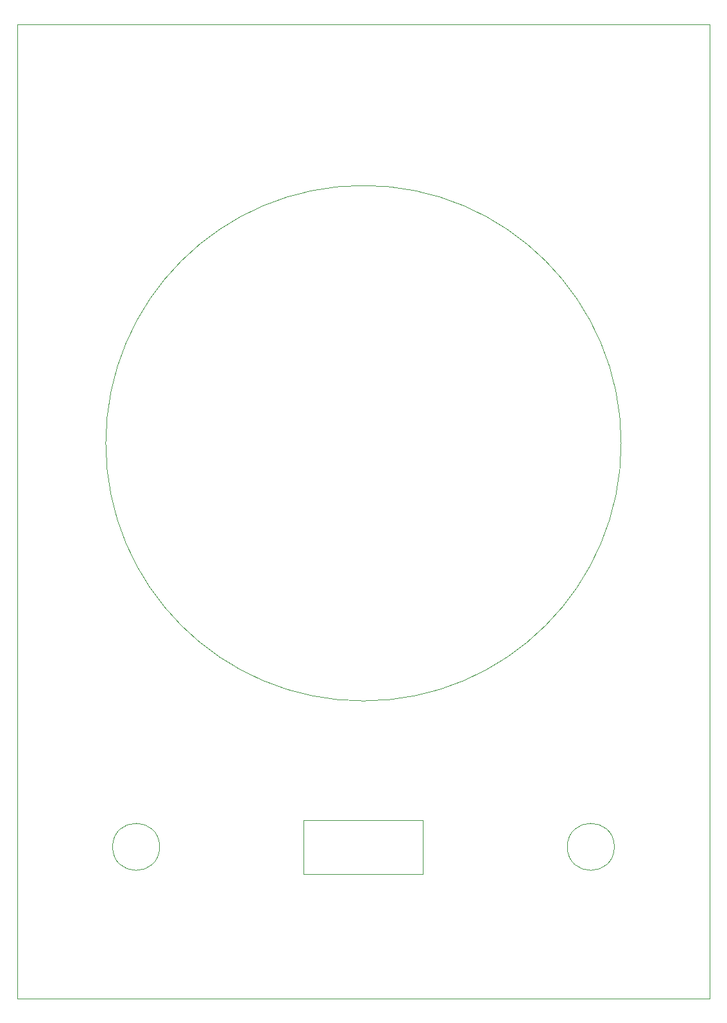
<source format=gbr>
G04 #@! TF.GenerationSoftware,KiCad,Pcbnew,5.1.6-c6e7f7d~87~ubuntu18.04.1*
G04 #@! TF.CreationDate,2020-07-16T03:00:52+09:00*
G04 #@! TF.ProjectId,frontpanel,66726f6e-7470-4616-9e65-6c2e6b696361,rev?*
G04 #@! TF.SameCoordinates,PX2faf080PY8f0d180*
G04 #@! TF.FileFunction,Profile,NP*
%FSLAX46Y46*%
G04 Gerber Fmt 4.6, Leading zero omitted, Abs format (unit mm)*
G04 Created by KiCad (PCBNEW 5.1.6-c6e7f7d~87~ubuntu18.04.1) date 2020-07-16 03:00:52*
%MOMM*%
%LPD*%
G01*
G04 APERTURE LIST*
G04 #@! TA.AperFunction,Profile*
%ADD10C,0.050000*%
G04 #@! TD*
G04 APERTURE END LIST*
D10*
X79650000Y73250000D02*
G75*
G03*
X79650000Y73250000I-34000000J0D01*
G01*
X53525000Y16445000D02*
X53525000Y23555000D01*
X37775000Y23555000D02*
X53525000Y23555000D01*
X37775000Y16445000D02*
X53525000Y16445000D01*
X37775000Y16445000D02*
X37775000Y23555000D01*
X78750000Y20000000D02*
G75*
G03*
X78750000Y20000000I-3100000J0D01*
G01*
X18750000Y20000000D02*
G75*
G03*
X18750000Y20000000I-3100000J0D01*
G01*
X0Y128500000D02*
X91300000Y128500000D01*
X0Y0D02*
X0Y128500000D01*
X91300000Y0D02*
X91300000Y128500000D01*
X0Y0D02*
X91300000Y0D01*
M02*

</source>
